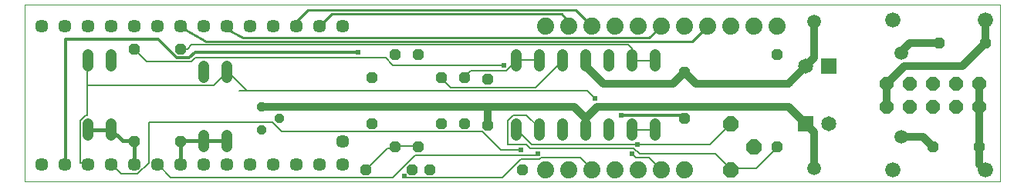
<source format=gtl>
G75*
%MOIN*%
%OFA0B0*%
%FSLAX24Y24*%
%IPPOS*%
%LPD*%
%AMOC8*
5,1,8,0,0,1.08239X$1,22.5*
%
%ADD10C,0.0010*%
%ADD11OC8,0.0600*%
%ADD12R,0.0650X0.0650*%
%ADD13C,0.0650*%
%ADD14OC8,0.0480*%
%ADD15C,0.0660*%
%ADD16C,0.0570*%
%ADD17OC8,0.0413*%
%ADD18C,0.0480*%
%ADD19C,0.0591*%
%ADD20C,0.0740*%
%ADD21OC8,0.0660*%
%ADD22C,0.0120*%
%ADD23C,0.0240*%
%ADD24C,0.0320*%
%ADD25C,0.0080*%
%ADD26C,0.0160*%
%ADD27C,0.0100*%
D10*
X001244Y004057D02*
X043370Y004057D01*
X043370Y011734D01*
X001244Y011734D01*
X001244Y004057D01*
D11*
X038494Y007307D03*
X039494Y007307D03*
X040494Y007307D03*
X041494Y007307D03*
X042494Y007307D03*
X042494Y008307D03*
X041494Y008307D03*
X040494Y008307D03*
X039494Y008307D03*
X038494Y008307D03*
D12*
X035994Y009057D03*
X034994Y006557D03*
D13*
X035994Y006557D03*
X034994Y009057D03*
D14*
X033744Y009557D03*
X029744Y008807D03*
X029744Y006807D03*
X033744Y005557D03*
X040494Y005557D03*
X042494Y005557D03*
X042744Y010057D03*
X040744Y010057D03*
X022744Y004557D03*
X018744Y004557D03*
X017994Y004557D03*
X015994Y004557D03*
X017244Y005557D03*
X018244Y005557D03*
X021244Y006507D03*
X020244Y006557D03*
X019244Y006557D03*
X016244Y006557D03*
X016244Y008557D03*
X019244Y008557D03*
X020244Y008557D03*
X021244Y008507D03*
X018244Y009557D03*
X017244Y009557D03*
X007994Y009807D03*
X005994Y009807D03*
X005994Y005807D03*
X007994Y005807D03*
D15*
X038744Y004557D03*
X042744Y004557D03*
X042744Y011057D03*
X038744Y011057D03*
D16*
X014994Y010807D03*
X013994Y010807D03*
X012994Y010807D03*
X011994Y010807D03*
X010994Y010807D03*
X009994Y010807D03*
X008994Y010807D03*
X007994Y010807D03*
X006994Y010807D03*
X005994Y010807D03*
X004994Y010807D03*
X003994Y010807D03*
X002994Y010807D03*
X001994Y010807D03*
X014994Y005807D03*
X014994Y004807D03*
X013994Y004807D03*
X012994Y004807D03*
X011994Y004807D03*
X010994Y004807D03*
X009994Y004807D03*
X008994Y004807D03*
X007994Y004807D03*
X006994Y004807D03*
X005994Y004807D03*
X004994Y004807D03*
X003994Y004807D03*
X002994Y004807D03*
X001994Y004807D03*
D17*
X011494Y006307D03*
X012244Y006807D03*
X011494Y007307D03*
D18*
X009994Y008567D02*
X009994Y009047D01*
X008994Y009047D02*
X008994Y008567D01*
X004994Y009067D02*
X004994Y009547D01*
X003994Y009547D02*
X003994Y009067D01*
X003994Y006547D02*
X003994Y006067D01*
X004994Y006067D02*
X004994Y006547D01*
X008994Y006047D02*
X008994Y005567D01*
X009994Y005567D02*
X009994Y006047D01*
X022494Y006067D02*
X022494Y006547D01*
X023494Y006547D02*
X023494Y006067D01*
X024494Y006067D02*
X024494Y006547D01*
X025494Y006547D02*
X025494Y006067D01*
X026494Y006067D02*
X026494Y006547D01*
X027494Y006547D02*
X027494Y006067D01*
X028494Y006067D02*
X028494Y006547D01*
X028494Y009067D02*
X028494Y009547D01*
X027494Y009547D02*
X027494Y009067D01*
X026494Y009067D02*
X026494Y009547D01*
X025494Y009547D02*
X025494Y009067D01*
X024494Y009067D02*
X024494Y009547D01*
X023494Y009547D02*
X023494Y009067D01*
X022494Y009067D02*
X022494Y009547D01*
D19*
X035364Y010991D03*
X039123Y009623D03*
X039123Y005991D03*
X035364Y004623D03*
D20*
X029744Y004557D03*
X028744Y004557D03*
X027744Y004557D03*
X026744Y004557D03*
X025744Y004557D03*
X024744Y004557D03*
X023744Y004557D03*
X023744Y010807D03*
X024744Y010807D03*
X025744Y010807D03*
X026744Y010807D03*
X027744Y010807D03*
X028744Y010807D03*
X029744Y010807D03*
X030744Y010807D03*
X031744Y010807D03*
X032744Y010807D03*
X033744Y010807D03*
D21*
X031744Y006557D03*
X032744Y005557D03*
X031744Y004557D03*
D22*
X029744Y006807D02*
X029724Y006857D01*
X029644Y006937D01*
X027004Y006937D01*
X015644Y009657D02*
X008604Y009657D01*
X008364Y009417D01*
X007804Y009417D01*
X007004Y010217D01*
X003004Y010217D01*
X003004Y004857D01*
X002994Y004807D01*
D23*
X017644Y004297D03*
X022684Y005417D03*
X023404Y005257D03*
X027484Y005257D03*
X027724Y005657D03*
X027004Y006937D03*
X025884Y007657D03*
X021964Y009097D03*
X015644Y009657D03*
D24*
X011494Y007307D02*
X021244Y007307D01*
X021244Y006507D01*
X021244Y007307D02*
X024994Y007307D01*
X025494Y006807D01*
X025494Y006307D01*
X025494Y006807D02*
X025994Y007307D01*
X034244Y007307D01*
X034994Y006557D01*
X035364Y006186D01*
X035364Y004623D01*
X039123Y005991D02*
X040060Y005991D01*
X040494Y005557D01*
X042494Y005557D02*
X042494Y004807D01*
X042744Y004557D01*
X042494Y005557D02*
X042494Y007307D01*
X042494Y008307D01*
X041744Y009057D02*
X042744Y010057D01*
X042744Y011057D01*
X040744Y010057D02*
X039494Y010057D01*
X039123Y009686D01*
X039123Y009623D01*
X039244Y009057D02*
X041744Y009057D01*
X039244Y009057D02*
X038494Y008307D01*
X038494Y007307D01*
X034994Y009057D02*
X034244Y008307D01*
X030244Y008307D01*
X029744Y008807D01*
X029244Y008307D01*
X026244Y008307D01*
X025494Y009057D01*
X025494Y009307D01*
X034994Y009057D02*
X035364Y009427D01*
X035364Y010991D01*
D25*
X028494Y009307D02*
X027494Y009307D01*
X027484Y009317D01*
X027484Y009817D01*
X027324Y009977D01*
X008444Y009977D01*
X008274Y009807D01*
X007994Y009807D01*
X008444Y009257D02*
X008604Y009417D01*
X016844Y009417D01*
X017164Y009097D01*
X021964Y009097D01*
X022044Y008857D02*
X020524Y008857D01*
X020284Y008617D01*
X020244Y008557D01*
X019644Y008137D02*
X019244Y008537D01*
X019244Y008557D01*
X019644Y008137D02*
X023324Y008137D01*
X024494Y009307D01*
X023494Y009307D02*
X023484Y009337D01*
X022524Y009337D01*
X022494Y009307D01*
X022044Y008857D01*
X025564Y007977D02*
X010844Y007977D01*
X010044Y008777D01*
X009994Y008807D01*
X009404Y008217D01*
X003964Y008217D01*
X003964Y009257D01*
X003994Y009307D01*
X005994Y009807D02*
X006044Y009737D01*
X006524Y009257D01*
X008444Y009257D01*
X010524Y007977D02*
X010844Y007977D01*
X011964Y006617D02*
X006604Y006617D01*
X006604Y004857D01*
X006124Y004377D01*
X005404Y004377D01*
X005004Y004777D01*
X004994Y004807D01*
X003994Y004807D02*
X003964Y004857D01*
X003644Y004857D01*
X003644Y006697D01*
X003884Y006937D01*
X003964Y006937D01*
X003964Y008217D01*
X003994Y006307D02*
X004044Y006297D01*
X004924Y006297D02*
X004994Y006307D01*
X005964Y005817D02*
X005994Y005807D01*
X007994Y005807D02*
X008044Y005817D01*
X008924Y005817D02*
X008994Y005807D01*
X009004Y005817D01*
X009964Y005817D02*
X009994Y005807D01*
X011964Y006617D02*
X012364Y006217D01*
X021004Y006217D01*
X021804Y005417D01*
X022684Y005417D01*
X022924Y005657D02*
X023084Y005497D01*
X027564Y005497D01*
X027804Y005257D01*
X031084Y005257D01*
X031724Y004617D01*
X031744Y004557D01*
X031804Y004617D01*
X032844Y004617D01*
X033724Y005497D01*
X033744Y005557D01*
X031744Y006557D02*
X030844Y005657D01*
X027724Y005657D01*
X023164Y005657D01*
X022524Y006297D01*
X022494Y006307D01*
X022124Y006697D02*
X022124Y005657D01*
X022924Y005657D01*
X023404Y005257D02*
X023324Y005177D01*
X018124Y005177D01*
X017164Y004217D01*
X007564Y004217D01*
X007004Y004777D01*
X006994Y004807D01*
X015994Y004557D02*
X016044Y004617D01*
X016924Y005497D01*
X017244Y005497D01*
X017244Y005557D01*
X017244Y005577D01*
X018204Y005577D01*
X018244Y005557D01*
X022124Y006697D02*
X022364Y006937D01*
X022924Y006937D01*
X023484Y006377D01*
X023494Y006307D01*
X027494Y006307D02*
X027564Y006297D01*
X028444Y006297D01*
X028494Y006307D01*
X027484Y005257D02*
X027644Y005097D01*
X028204Y005097D01*
X028744Y004557D01*
X025744Y004557D02*
X025724Y004617D01*
X025244Y005097D01*
X023564Y005097D01*
X023484Y005017D01*
X022684Y005017D01*
X021884Y004217D01*
X017724Y004217D01*
X017644Y004297D01*
X025564Y007977D02*
X025884Y007657D01*
D26*
X009964Y005817D02*
X009004Y005817D01*
X008924Y005817D02*
X008044Y005817D01*
X007994Y005807D02*
X007994Y004807D01*
X005994Y004807D02*
X005994Y005807D01*
X005964Y005817D02*
X005484Y005817D01*
X004994Y006307D01*
X004924Y006297D02*
X004044Y006297D01*
D27*
X007994Y010747D02*
X009084Y010137D01*
X030074Y010137D01*
X030744Y010807D01*
X028744Y010807D02*
X028234Y010297D01*
X010684Y010297D01*
X009994Y010667D01*
X009994Y010807D01*
X007994Y010747D02*
X007994Y010807D01*
X012994Y010807D02*
X012994Y011007D01*
X013484Y011497D01*
X025054Y011497D01*
X025744Y010807D01*
X024744Y010807D02*
X024744Y010957D01*
X024444Y011337D01*
X014524Y011337D01*
X013994Y010807D01*
M02*

</source>
